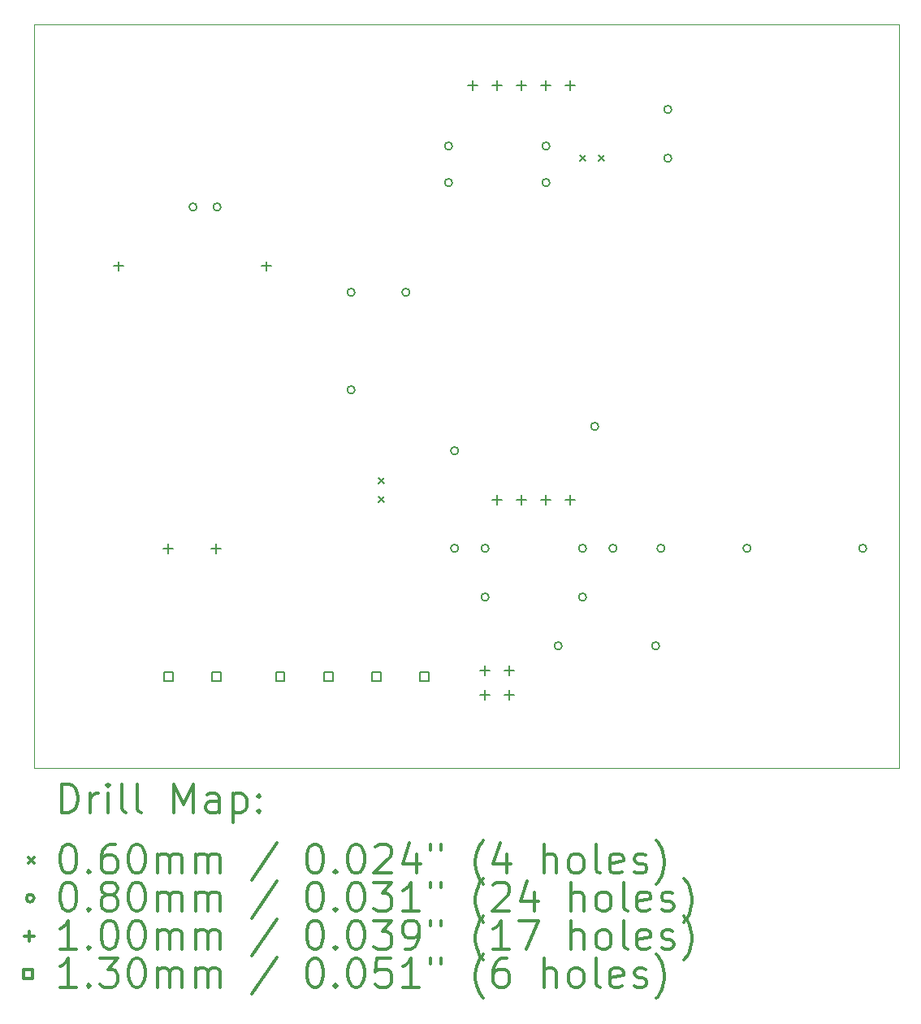
<source format=gbr>
%FSLAX45Y45*%
G04 Gerber Fmt 4.5, Leading zero omitted, Abs format (unit mm)*
G04 Created by KiCad (PCBNEW 5.1.5-52549c5~86~ubuntu18.04.1) date 2020-04-25 00:11:36*
%MOMM*%
%LPD*%
G04 APERTURE LIST*
%TA.AperFunction,Profile*%
%ADD10C,0.050000*%
%TD*%
%ADD11C,0.200000*%
%ADD12C,0.300000*%
G04 APERTURE END LIST*
D10*
X19685000Y-10541000D02*
X10668000Y-10541000D01*
X19685000Y-2794000D02*
X19685000Y-10541000D01*
X10668000Y-2794000D02*
X19685000Y-2794000D01*
X10668000Y-10541000D02*
X10668000Y-2794000D01*
D11*
X14257500Y-7517000D02*
X14317500Y-7577000D01*
X14317500Y-7517000D02*
X14257500Y-7577000D01*
X14257500Y-7717000D02*
X14317500Y-7777000D01*
X14317500Y-7717000D02*
X14257500Y-7777000D01*
X16353000Y-4161000D02*
X16413000Y-4221000D01*
X16413000Y-4161000D02*
X16353000Y-4221000D01*
X16553000Y-4161000D02*
X16613000Y-4221000D01*
X16613000Y-4161000D02*
X16553000Y-4221000D01*
X14581500Y-5588000D02*
G75*
G03X14581500Y-5588000I-40000J0D01*
G01*
X16550000Y-6985000D02*
G75*
G03X16550000Y-6985000I-40000J0D01*
G01*
X17312000Y-3683000D02*
G75*
G03X17312000Y-3683000I-40000J0D01*
G01*
X17312000Y-4191000D02*
G75*
G03X17312000Y-4191000I-40000J0D01*
G01*
X18137500Y-8255000D02*
G75*
G03X18137500Y-8255000I-40000J0D01*
G01*
X19344000Y-8255000D02*
G75*
G03X19344000Y-8255000I-40000J0D01*
G01*
X15407000Y-8255000D02*
G75*
G03X15407000Y-8255000I-40000J0D01*
G01*
X16423000Y-8255000D02*
G75*
G03X16423000Y-8255000I-40000J0D01*
G01*
X15026000Y-4064000D02*
G75*
G03X15026000Y-4064000I-40000J0D01*
G01*
X16042000Y-4064000D02*
G75*
G03X16042000Y-4064000I-40000J0D01*
G01*
X14010000Y-5588000D02*
G75*
G03X14010000Y-5588000I-40000J0D01*
G01*
X14010000Y-6604000D02*
G75*
G03X14010000Y-6604000I-40000J0D01*
G01*
X16169000Y-9271000D02*
G75*
G03X16169000Y-9271000I-40000J0D01*
G01*
X17185000Y-9271000D02*
G75*
G03X17185000Y-9271000I-40000J0D01*
G01*
X12363000Y-4699000D02*
G75*
G03X12363000Y-4699000I-40000J0D01*
G01*
X12613000Y-4699000D02*
G75*
G03X12613000Y-4699000I-40000J0D01*
G01*
X15089500Y-7239000D02*
G75*
G03X15089500Y-7239000I-40000J0D01*
G01*
X15089500Y-8255000D02*
G75*
G03X15089500Y-8255000I-40000J0D01*
G01*
X15026000Y-4445000D02*
G75*
G03X15026000Y-4445000I-40000J0D01*
G01*
X16042000Y-4445000D02*
G75*
G03X16042000Y-4445000I-40000J0D01*
G01*
X16740500Y-8255000D02*
G75*
G03X16740500Y-8255000I-40000J0D01*
G01*
X17240500Y-8255000D02*
G75*
G03X17240500Y-8255000I-40000J0D01*
G01*
X15407000Y-8763000D02*
G75*
G03X15407000Y-8763000I-40000J0D01*
G01*
X16423000Y-8763000D02*
G75*
G03X16423000Y-8763000I-40000J0D01*
G01*
X15494000Y-7697000D02*
X15494000Y-7797000D01*
X15444000Y-7747000D02*
X15544000Y-7747000D01*
X15748000Y-7697000D02*
X15748000Y-7797000D01*
X15698000Y-7747000D02*
X15798000Y-7747000D01*
X16002000Y-7697000D02*
X16002000Y-7797000D01*
X15952000Y-7747000D02*
X16052000Y-7747000D01*
X16256000Y-7697000D02*
X16256000Y-7797000D01*
X16206000Y-7747000D02*
X16306000Y-7747000D01*
X11545000Y-5265000D02*
X11545000Y-5365000D01*
X11495000Y-5315000D02*
X11595000Y-5315000D01*
X12065000Y-8205000D02*
X12065000Y-8305000D01*
X12015000Y-8255000D02*
X12115000Y-8255000D01*
X12565000Y-8205000D02*
X12565000Y-8305000D01*
X12515000Y-8255000D02*
X12615000Y-8255000D01*
X13085000Y-5265000D02*
X13085000Y-5365000D01*
X13035000Y-5315000D02*
X13135000Y-5315000D01*
X15240000Y-3379000D02*
X15240000Y-3479000D01*
X15190000Y-3429000D02*
X15290000Y-3429000D01*
X15494000Y-3379000D02*
X15494000Y-3479000D01*
X15444000Y-3429000D02*
X15544000Y-3429000D01*
X15748000Y-3379000D02*
X15748000Y-3479000D01*
X15698000Y-3429000D02*
X15798000Y-3429000D01*
X16002000Y-3379000D02*
X16002000Y-3479000D01*
X15952000Y-3429000D02*
X16052000Y-3429000D01*
X16256000Y-3379000D02*
X16256000Y-3479000D01*
X16206000Y-3429000D02*
X16306000Y-3429000D01*
X15367000Y-9475000D02*
X15367000Y-9575000D01*
X15317000Y-9525000D02*
X15417000Y-9525000D01*
X15367000Y-9729000D02*
X15367000Y-9829000D01*
X15317000Y-9779000D02*
X15417000Y-9779000D01*
X15621000Y-9475000D02*
X15621000Y-9575000D01*
X15571000Y-9525000D02*
X15671000Y-9525000D01*
X15621000Y-9729000D02*
X15621000Y-9829000D01*
X15571000Y-9779000D02*
X15671000Y-9779000D01*
X12110962Y-9634462D02*
X12110962Y-9542538D01*
X12019038Y-9542538D01*
X12019038Y-9634462D01*
X12110962Y-9634462D01*
X12610962Y-9634462D02*
X12610962Y-9542538D01*
X12519038Y-9542538D01*
X12519038Y-9634462D01*
X12610962Y-9634462D01*
X13277962Y-9634462D02*
X13277962Y-9542538D01*
X13186038Y-9542538D01*
X13186038Y-9634462D01*
X13277962Y-9634462D01*
X13777962Y-9634462D02*
X13777962Y-9542538D01*
X13686038Y-9542538D01*
X13686038Y-9634462D01*
X13777962Y-9634462D01*
X14277962Y-9634462D02*
X14277962Y-9542538D01*
X14186038Y-9542538D01*
X14186038Y-9634462D01*
X14277962Y-9634462D01*
X14777962Y-9634462D02*
X14777962Y-9542538D01*
X14686038Y-9542538D01*
X14686038Y-9634462D01*
X14777962Y-9634462D01*
D12*
X10951928Y-11009214D02*
X10951928Y-10709214D01*
X11023357Y-10709214D01*
X11066214Y-10723500D01*
X11094786Y-10752072D01*
X11109071Y-10780643D01*
X11123357Y-10837786D01*
X11123357Y-10880643D01*
X11109071Y-10937786D01*
X11094786Y-10966357D01*
X11066214Y-10994929D01*
X11023357Y-11009214D01*
X10951928Y-11009214D01*
X11251928Y-11009214D02*
X11251928Y-10809214D01*
X11251928Y-10866357D02*
X11266214Y-10837786D01*
X11280500Y-10823500D01*
X11309071Y-10809214D01*
X11337643Y-10809214D01*
X11437643Y-11009214D02*
X11437643Y-10809214D01*
X11437643Y-10709214D02*
X11423357Y-10723500D01*
X11437643Y-10737786D01*
X11451928Y-10723500D01*
X11437643Y-10709214D01*
X11437643Y-10737786D01*
X11623357Y-11009214D02*
X11594786Y-10994929D01*
X11580500Y-10966357D01*
X11580500Y-10709214D01*
X11780500Y-11009214D02*
X11751928Y-10994929D01*
X11737643Y-10966357D01*
X11737643Y-10709214D01*
X12123357Y-11009214D02*
X12123357Y-10709214D01*
X12223357Y-10923500D01*
X12323357Y-10709214D01*
X12323357Y-11009214D01*
X12594786Y-11009214D02*
X12594786Y-10852072D01*
X12580500Y-10823500D01*
X12551928Y-10809214D01*
X12494786Y-10809214D01*
X12466214Y-10823500D01*
X12594786Y-10994929D02*
X12566214Y-11009214D01*
X12494786Y-11009214D01*
X12466214Y-10994929D01*
X12451928Y-10966357D01*
X12451928Y-10937786D01*
X12466214Y-10909214D01*
X12494786Y-10894929D01*
X12566214Y-10894929D01*
X12594786Y-10880643D01*
X12737643Y-10809214D02*
X12737643Y-11109214D01*
X12737643Y-10823500D02*
X12766214Y-10809214D01*
X12823357Y-10809214D01*
X12851928Y-10823500D01*
X12866214Y-10837786D01*
X12880500Y-10866357D01*
X12880500Y-10952072D01*
X12866214Y-10980643D01*
X12851928Y-10994929D01*
X12823357Y-11009214D01*
X12766214Y-11009214D01*
X12737643Y-10994929D01*
X13009071Y-10980643D02*
X13023357Y-10994929D01*
X13009071Y-11009214D01*
X12994786Y-10994929D01*
X13009071Y-10980643D01*
X13009071Y-11009214D01*
X13009071Y-10823500D02*
X13023357Y-10837786D01*
X13009071Y-10852072D01*
X12994786Y-10837786D01*
X13009071Y-10823500D01*
X13009071Y-10852072D01*
X10605500Y-11473500D02*
X10665500Y-11533500D01*
X10665500Y-11473500D02*
X10605500Y-11533500D01*
X11009071Y-11339214D02*
X11037643Y-11339214D01*
X11066214Y-11353500D01*
X11080500Y-11367786D01*
X11094786Y-11396357D01*
X11109071Y-11453500D01*
X11109071Y-11524929D01*
X11094786Y-11582071D01*
X11080500Y-11610643D01*
X11066214Y-11624929D01*
X11037643Y-11639214D01*
X11009071Y-11639214D01*
X10980500Y-11624929D01*
X10966214Y-11610643D01*
X10951928Y-11582071D01*
X10937643Y-11524929D01*
X10937643Y-11453500D01*
X10951928Y-11396357D01*
X10966214Y-11367786D01*
X10980500Y-11353500D01*
X11009071Y-11339214D01*
X11237643Y-11610643D02*
X11251928Y-11624929D01*
X11237643Y-11639214D01*
X11223357Y-11624929D01*
X11237643Y-11610643D01*
X11237643Y-11639214D01*
X11509071Y-11339214D02*
X11451928Y-11339214D01*
X11423357Y-11353500D01*
X11409071Y-11367786D01*
X11380500Y-11410643D01*
X11366214Y-11467786D01*
X11366214Y-11582071D01*
X11380500Y-11610643D01*
X11394786Y-11624929D01*
X11423357Y-11639214D01*
X11480500Y-11639214D01*
X11509071Y-11624929D01*
X11523357Y-11610643D01*
X11537643Y-11582071D01*
X11537643Y-11510643D01*
X11523357Y-11482071D01*
X11509071Y-11467786D01*
X11480500Y-11453500D01*
X11423357Y-11453500D01*
X11394786Y-11467786D01*
X11380500Y-11482071D01*
X11366214Y-11510643D01*
X11723357Y-11339214D02*
X11751928Y-11339214D01*
X11780500Y-11353500D01*
X11794786Y-11367786D01*
X11809071Y-11396357D01*
X11823357Y-11453500D01*
X11823357Y-11524929D01*
X11809071Y-11582071D01*
X11794786Y-11610643D01*
X11780500Y-11624929D01*
X11751928Y-11639214D01*
X11723357Y-11639214D01*
X11694786Y-11624929D01*
X11680500Y-11610643D01*
X11666214Y-11582071D01*
X11651928Y-11524929D01*
X11651928Y-11453500D01*
X11666214Y-11396357D01*
X11680500Y-11367786D01*
X11694786Y-11353500D01*
X11723357Y-11339214D01*
X11951928Y-11639214D02*
X11951928Y-11439214D01*
X11951928Y-11467786D02*
X11966214Y-11453500D01*
X11994786Y-11439214D01*
X12037643Y-11439214D01*
X12066214Y-11453500D01*
X12080500Y-11482071D01*
X12080500Y-11639214D01*
X12080500Y-11482071D02*
X12094786Y-11453500D01*
X12123357Y-11439214D01*
X12166214Y-11439214D01*
X12194786Y-11453500D01*
X12209071Y-11482071D01*
X12209071Y-11639214D01*
X12351928Y-11639214D02*
X12351928Y-11439214D01*
X12351928Y-11467786D02*
X12366214Y-11453500D01*
X12394786Y-11439214D01*
X12437643Y-11439214D01*
X12466214Y-11453500D01*
X12480500Y-11482071D01*
X12480500Y-11639214D01*
X12480500Y-11482071D02*
X12494786Y-11453500D01*
X12523357Y-11439214D01*
X12566214Y-11439214D01*
X12594786Y-11453500D01*
X12609071Y-11482071D01*
X12609071Y-11639214D01*
X13194786Y-11324929D02*
X12937643Y-11710643D01*
X13580500Y-11339214D02*
X13609071Y-11339214D01*
X13637643Y-11353500D01*
X13651928Y-11367786D01*
X13666214Y-11396357D01*
X13680500Y-11453500D01*
X13680500Y-11524929D01*
X13666214Y-11582071D01*
X13651928Y-11610643D01*
X13637643Y-11624929D01*
X13609071Y-11639214D01*
X13580500Y-11639214D01*
X13551928Y-11624929D01*
X13537643Y-11610643D01*
X13523357Y-11582071D01*
X13509071Y-11524929D01*
X13509071Y-11453500D01*
X13523357Y-11396357D01*
X13537643Y-11367786D01*
X13551928Y-11353500D01*
X13580500Y-11339214D01*
X13809071Y-11610643D02*
X13823357Y-11624929D01*
X13809071Y-11639214D01*
X13794786Y-11624929D01*
X13809071Y-11610643D01*
X13809071Y-11639214D01*
X14009071Y-11339214D02*
X14037643Y-11339214D01*
X14066214Y-11353500D01*
X14080500Y-11367786D01*
X14094786Y-11396357D01*
X14109071Y-11453500D01*
X14109071Y-11524929D01*
X14094786Y-11582071D01*
X14080500Y-11610643D01*
X14066214Y-11624929D01*
X14037643Y-11639214D01*
X14009071Y-11639214D01*
X13980500Y-11624929D01*
X13966214Y-11610643D01*
X13951928Y-11582071D01*
X13937643Y-11524929D01*
X13937643Y-11453500D01*
X13951928Y-11396357D01*
X13966214Y-11367786D01*
X13980500Y-11353500D01*
X14009071Y-11339214D01*
X14223357Y-11367786D02*
X14237643Y-11353500D01*
X14266214Y-11339214D01*
X14337643Y-11339214D01*
X14366214Y-11353500D01*
X14380500Y-11367786D01*
X14394786Y-11396357D01*
X14394786Y-11424929D01*
X14380500Y-11467786D01*
X14209071Y-11639214D01*
X14394786Y-11639214D01*
X14651928Y-11439214D02*
X14651928Y-11639214D01*
X14580500Y-11324929D02*
X14509071Y-11539214D01*
X14694786Y-11539214D01*
X14794786Y-11339214D02*
X14794786Y-11396357D01*
X14909071Y-11339214D02*
X14909071Y-11396357D01*
X15351928Y-11753500D02*
X15337643Y-11739214D01*
X15309071Y-11696357D01*
X15294786Y-11667786D01*
X15280500Y-11624929D01*
X15266214Y-11553500D01*
X15266214Y-11496357D01*
X15280500Y-11424929D01*
X15294786Y-11382071D01*
X15309071Y-11353500D01*
X15337643Y-11310643D01*
X15351928Y-11296357D01*
X15594786Y-11439214D02*
X15594786Y-11639214D01*
X15523357Y-11324929D02*
X15451928Y-11539214D01*
X15637643Y-11539214D01*
X15980500Y-11639214D02*
X15980500Y-11339214D01*
X16109071Y-11639214D02*
X16109071Y-11482071D01*
X16094786Y-11453500D01*
X16066214Y-11439214D01*
X16023357Y-11439214D01*
X15994786Y-11453500D01*
X15980500Y-11467786D01*
X16294786Y-11639214D02*
X16266214Y-11624929D01*
X16251928Y-11610643D01*
X16237643Y-11582071D01*
X16237643Y-11496357D01*
X16251928Y-11467786D01*
X16266214Y-11453500D01*
X16294786Y-11439214D01*
X16337643Y-11439214D01*
X16366214Y-11453500D01*
X16380500Y-11467786D01*
X16394786Y-11496357D01*
X16394786Y-11582071D01*
X16380500Y-11610643D01*
X16366214Y-11624929D01*
X16337643Y-11639214D01*
X16294786Y-11639214D01*
X16566214Y-11639214D02*
X16537643Y-11624929D01*
X16523357Y-11596357D01*
X16523357Y-11339214D01*
X16794786Y-11624929D02*
X16766214Y-11639214D01*
X16709071Y-11639214D01*
X16680500Y-11624929D01*
X16666214Y-11596357D01*
X16666214Y-11482071D01*
X16680500Y-11453500D01*
X16709071Y-11439214D01*
X16766214Y-11439214D01*
X16794786Y-11453500D01*
X16809071Y-11482071D01*
X16809071Y-11510643D01*
X16666214Y-11539214D01*
X16923357Y-11624929D02*
X16951928Y-11639214D01*
X17009071Y-11639214D01*
X17037643Y-11624929D01*
X17051928Y-11596357D01*
X17051928Y-11582071D01*
X17037643Y-11553500D01*
X17009071Y-11539214D01*
X16966214Y-11539214D01*
X16937643Y-11524929D01*
X16923357Y-11496357D01*
X16923357Y-11482071D01*
X16937643Y-11453500D01*
X16966214Y-11439214D01*
X17009071Y-11439214D01*
X17037643Y-11453500D01*
X17151928Y-11753500D02*
X17166214Y-11739214D01*
X17194786Y-11696357D01*
X17209071Y-11667786D01*
X17223357Y-11624929D01*
X17237643Y-11553500D01*
X17237643Y-11496357D01*
X17223357Y-11424929D01*
X17209071Y-11382071D01*
X17194786Y-11353500D01*
X17166214Y-11310643D01*
X17151928Y-11296357D01*
X10665500Y-11899500D02*
G75*
G03X10665500Y-11899500I-40000J0D01*
G01*
X11009071Y-11735214D02*
X11037643Y-11735214D01*
X11066214Y-11749500D01*
X11080500Y-11763786D01*
X11094786Y-11792357D01*
X11109071Y-11849500D01*
X11109071Y-11920929D01*
X11094786Y-11978071D01*
X11080500Y-12006643D01*
X11066214Y-12020929D01*
X11037643Y-12035214D01*
X11009071Y-12035214D01*
X10980500Y-12020929D01*
X10966214Y-12006643D01*
X10951928Y-11978071D01*
X10937643Y-11920929D01*
X10937643Y-11849500D01*
X10951928Y-11792357D01*
X10966214Y-11763786D01*
X10980500Y-11749500D01*
X11009071Y-11735214D01*
X11237643Y-12006643D02*
X11251928Y-12020929D01*
X11237643Y-12035214D01*
X11223357Y-12020929D01*
X11237643Y-12006643D01*
X11237643Y-12035214D01*
X11423357Y-11863786D02*
X11394786Y-11849500D01*
X11380500Y-11835214D01*
X11366214Y-11806643D01*
X11366214Y-11792357D01*
X11380500Y-11763786D01*
X11394786Y-11749500D01*
X11423357Y-11735214D01*
X11480500Y-11735214D01*
X11509071Y-11749500D01*
X11523357Y-11763786D01*
X11537643Y-11792357D01*
X11537643Y-11806643D01*
X11523357Y-11835214D01*
X11509071Y-11849500D01*
X11480500Y-11863786D01*
X11423357Y-11863786D01*
X11394786Y-11878071D01*
X11380500Y-11892357D01*
X11366214Y-11920929D01*
X11366214Y-11978071D01*
X11380500Y-12006643D01*
X11394786Y-12020929D01*
X11423357Y-12035214D01*
X11480500Y-12035214D01*
X11509071Y-12020929D01*
X11523357Y-12006643D01*
X11537643Y-11978071D01*
X11537643Y-11920929D01*
X11523357Y-11892357D01*
X11509071Y-11878071D01*
X11480500Y-11863786D01*
X11723357Y-11735214D02*
X11751928Y-11735214D01*
X11780500Y-11749500D01*
X11794786Y-11763786D01*
X11809071Y-11792357D01*
X11823357Y-11849500D01*
X11823357Y-11920929D01*
X11809071Y-11978071D01*
X11794786Y-12006643D01*
X11780500Y-12020929D01*
X11751928Y-12035214D01*
X11723357Y-12035214D01*
X11694786Y-12020929D01*
X11680500Y-12006643D01*
X11666214Y-11978071D01*
X11651928Y-11920929D01*
X11651928Y-11849500D01*
X11666214Y-11792357D01*
X11680500Y-11763786D01*
X11694786Y-11749500D01*
X11723357Y-11735214D01*
X11951928Y-12035214D02*
X11951928Y-11835214D01*
X11951928Y-11863786D02*
X11966214Y-11849500D01*
X11994786Y-11835214D01*
X12037643Y-11835214D01*
X12066214Y-11849500D01*
X12080500Y-11878071D01*
X12080500Y-12035214D01*
X12080500Y-11878071D02*
X12094786Y-11849500D01*
X12123357Y-11835214D01*
X12166214Y-11835214D01*
X12194786Y-11849500D01*
X12209071Y-11878071D01*
X12209071Y-12035214D01*
X12351928Y-12035214D02*
X12351928Y-11835214D01*
X12351928Y-11863786D02*
X12366214Y-11849500D01*
X12394786Y-11835214D01*
X12437643Y-11835214D01*
X12466214Y-11849500D01*
X12480500Y-11878071D01*
X12480500Y-12035214D01*
X12480500Y-11878071D02*
X12494786Y-11849500D01*
X12523357Y-11835214D01*
X12566214Y-11835214D01*
X12594786Y-11849500D01*
X12609071Y-11878071D01*
X12609071Y-12035214D01*
X13194786Y-11720929D02*
X12937643Y-12106643D01*
X13580500Y-11735214D02*
X13609071Y-11735214D01*
X13637643Y-11749500D01*
X13651928Y-11763786D01*
X13666214Y-11792357D01*
X13680500Y-11849500D01*
X13680500Y-11920929D01*
X13666214Y-11978071D01*
X13651928Y-12006643D01*
X13637643Y-12020929D01*
X13609071Y-12035214D01*
X13580500Y-12035214D01*
X13551928Y-12020929D01*
X13537643Y-12006643D01*
X13523357Y-11978071D01*
X13509071Y-11920929D01*
X13509071Y-11849500D01*
X13523357Y-11792357D01*
X13537643Y-11763786D01*
X13551928Y-11749500D01*
X13580500Y-11735214D01*
X13809071Y-12006643D02*
X13823357Y-12020929D01*
X13809071Y-12035214D01*
X13794786Y-12020929D01*
X13809071Y-12006643D01*
X13809071Y-12035214D01*
X14009071Y-11735214D02*
X14037643Y-11735214D01*
X14066214Y-11749500D01*
X14080500Y-11763786D01*
X14094786Y-11792357D01*
X14109071Y-11849500D01*
X14109071Y-11920929D01*
X14094786Y-11978071D01*
X14080500Y-12006643D01*
X14066214Y-12020929D01*
X14037643Y-12035214D01*
X14009071Y-12035214D01*
X13980500Y-12020929D01*
X13966214Y-12006643D01*
X13951928Y-11978071D01*
X13937643Y-11920929D01*
X13937643Y-11849500D01*
X13951928Y-11792357D01*
X13966214Y-11763786D01*
X13980500Y-11749500D01*
X14009071Y-11735214D01*
X14209071Y-11735214D02*
X14394786Y-11735214D01*
X14294786Y-11849500D01*
X14337643Y-11849500D01*
X14366214Y-11863786D01*
X14380500Y-11878071D01*
X14394786Y-11906643D01*
X14394786Y-11978071D01*
X14380500Y-12006643D01*
X14366214Y-12020929D01*
X14337643Y-12035214D01*
X14251928Y-12035214D01*
X14223357Y-12020929D01*
X14209071Y-12006643D01*
X14680500Y-12035214D02*
X14509071Y-12035214D01*
X14594786Y-12035214D02*
X14594786Y-11735214D01*
X14566214Y-11778071D01*
X14537643Y-11806643D01*
X14509071Y-11820929D01*
X14794786Y-11735214D02*
X14794786Y-11792357D01*
X14909071Y-11735214D02*
X14909071Y-11792357D01*
X15351928Y-12149500D02*
X15337643Y-12135214D01*
X15309071Y-12092357D01*
X15294786Y-12063786D01*
X15280500Y-12020929D01*
X15266214Y-11949500D01*
X15266214Y-11892357D01*
X15280500Y-11820929D01*
X15294786Y-11778071D01*
X15309071Y-11749500D01*
X15337643Y-11706643D01*
X15351928Y-11692357D01*
X15451928Y-11763786D02*
X15466214Y-11749500D01*
X15494786Y-11735214D01*
X15566214Y-11735214D01*
X15594786Y-11749500D01*
X15609071Y-11763786D01*
X15623357Y-11792357D01*
X15623357Y-11820929D01*
X15609071Y-11863786D01*
X15437643Y-12035214D01*
X15623357Y-12035214D01*
X15880500Y-11835214D02*
X15880500Y-12035214D01*
X15809071Y-11720929D02*
X15737643Y-11935214D01*
X15923357Y-11935214D01*
X16266214Y-12035214D02*
X16266214Y-11735214D01*
X16394786Y-12035214D02*
X16394786Y-11878071D01*
X16380500Y-11849500D01*
X16351928Y-11835214D01*
X16309071Y-11835214D01*
X16280500Y-11849500D01*
X16266214Y-11863786D01*
X16580500Y-12035214D02*
X16551928Y-12020929D01*
X16537643Y-12006643D01*
X16523357Y-11978071D01*
X16523357Y-11892357D01*
X16537643Y-11863786D01*
X16551928Y-11849500D01*
X16580500Y-11835214D01*
X16623357Y-11835214D01*
X16651928Y-11849500D01*
X16666214Y-11863786D01*
X16680500Y-11892357D01*
X16680500Y-11978071D01*
X16666214Y-12006643D01*
X16651928Y-12020929D01*
X16623357Y-12035214D01*
X16580500Y-12035214D01*
X16851928Y-12035214D02*
X16823357Y-12020929D01*
X16809071Y-11992357D01*
X16809071Y-11735214D01*
X17080500Y-12020929D02*
X17051928Y-12035214D01*
X16994786Y-12035214D01*
X16966214Y-12020929D01*
X16951928Y-11992357D01*
X16951928Y-11878071D01*
X16966214Y-11849500D01*
X16994786Y-11835214D01*
X17051928Y-11835214D01*
X17080500Y-11849500D01*
X17094786Y-11878071D01*
X17094786Y-11906643D01*
X16951928Y-11935214D01*
X17209071Y-12020929D02*
X17237643Y-12035214D01*
X17294786Y-12035214D01*
X17323357Y-12020929D01*
X17337643Y-11992357D01*
X17337643Y-11978071D01*
X17323357Y-11949500D01*
X17294786Y-11935214D01*
X17251928Y-11935214D01*
X17223357Y-11920929D01*
X17209071Y-11892357D01*
X17209071Y-11878071D01*
X17223357Y-11849500D01*
X17251928Y-11835214D01*
X17294786Y-11835214D01*
X17323357Y-11849500D01*
X17437643Y-12149500D02*
X17451928Y-12135214D01*
X17480500Y-12092357D01*
X17494786Y-12063786D01*
X17509071Y-12020929D01*
X17523357Y-11949500D01*
X17523357Y-11892357D01*
X17509071Y-11820929D01*
X17494786Y-11778071D01*
X17480500Y-11749500D01*
X17451928Y-11706643D01*
X17437643Y-11692357D01*
X10615500Y-12245500D02*
X10615500Y-12345500D01*
X10565500Y-12295500D02*
X10665500Y-12295500D01*
X11109071Y-12431214D02*
X10937643Y-12431214D01*
X11023357Y-12431214D02*
X11023357Y-12131214D01*
X10994786Y-12174071D01*
X10966214Y-12202643D01*
X10937643Y-12216929D01*
X11237643Y-12402643D02*
X11251928Y-12416929D01*
X11237643Y-12431214D01*
X11223357Y-12416929D01*
X11237643Y-12402643D01*
X11237643Y-12431214D01*
X11437643Y-12131214D02*
X11466214Y-12131214D01*
X11494786Y-12145500D01*
X11509071Y-12159786D01*
X11523357Y-12188357D01*
X11537643Y-12245500D01*
X11537643Y-12316929D01*
X11523357Y-12374071D01*
X11509071Y-12402643D01*
X11494786Y-12416929D01*
X11466214Y-12431214D01*
X11437643Y-12431214D01*
X11409071Y-12416929D01*
X11394786Y-12402643D01*
X11380500Y-12374071D01*
X11366214Y-12316929D01*
X11366214Y-12245500D01*
X11380500Y-12188357D01*
X11394786Y-12159786D01*
X11409071Y-12145500D01*
X11437643Y-12131214D01*
X11723357Y-12131214D02*
X11751928Y-12131214D01*
X11780500Y-12145500D01*
X11794786Y-12159786D01*
X11809071Y-12188357D01*
X11823357Y-12245500D01*
X11823357Y-12316929D01*
X11809071Y-12374071D01*
X11794786Y-12402643D01*
X11780500Y-12416929D01*
X11751928Y-12431214D01*
X11723357Y-12431214D01*
X11694786Y-12416929D01*
X11680500Y-12402643D01*
X11666214Y-12374071D01*
X11651928Y-12316929D01*
X11651928Y-12245500D01*
X11666214Y-12188357D01*
X11680500Y-12159786D01*
X11694786Y-12145500D01*
X11723357Y-12131214D01*
X11951928Y-12431214D02*
X11951928Y-12231214D01*
X11951928Y-12259786D02*
X11966214Y-12245500D01*
X11994786Y-12231214D01*
X12037643Y-12231214D01*
X12066214Y-12245500D01*
X12080500Y-12274071D01*
X12080500Y-12431214D01*
X12080500Y-12274071D02*
X12094786Y-12245500D01*
X12123357Y-12231214D01*
X12166214Y-12231214D01*
X12194786Y-12245500D01*
X12209071Y-12274071D01*
X12209071Y-12431214D01*
X12351928Y-12431214D02*
X12351928Y-12231214D01*
X12351928Y-12259786D02*
X12366214Y-12245500D01*
X12394786Y-12231214D01*
X12437643Y-12231214D01*
X12466214Y-12245500D01*
X12480500Y-12274071D01*
X12480500Y-12431214D01*
X12480500Y-12274071D02*
X12494786Y-12245500D01*
X12523357Y-12231214D01*
X12566214Y-12231214D01*
X12594786Y-12245500D01*
X12609071Y-12274071D01*
X12609071Y-12431214D01*
X13194786Y-12116929D02*
X12937643Y-12502643D01*
X13580500Y-12131214D02*
X13609071Y-12131214D01*
X13637643Y-12145500D01*
X13651928Y-12159786D01*
X13666214Y-12188357D01*
X13680500Y-12245500D01*
X13680500Y-12316929D01*
X13666214Y-12374071D01*
X13651928Y-12402643D01*
X13637643Y-12416929D01*
X13609071Y-12431214D01*
X13580500Y-12431214D01*
X13551928Y-12416929D01*
X13537643Y-12402643D01*
X13523357Y-12374071D01*
X13509071Y-12316929D01*
X13509071Y-12245500D01*
X13523357Y-12188357D01*
X13537643Y-12159786D01*
X13551928Y-12145500D01*
X13580500Y-12131214D01*
X13809071Y-12402643D02*
X13823357Y-12416929D01*
X13809071Y-12431214D01*
X13794786Y-12416929D01*
X13809071Y-12402643D01*
X13809071Y-12431214D01*
X14009071Y-12131214D02*
X14037643Y-12131214D01*
X14066214Y-12145500D01*
X14080500Y-12159786D01*
X14094786Y-12188357D01*
X14109071Y-12245500D01*
X14109071Y-12316929D01*
X14094786Y-12374071D01*
X14080500Y-12402643D01*
X14066214Y-12416929D01*
X14037643Y-12431214D01*
X14009071Y-12431214D01*
X13980500Y-12416929D01*
X13966214Y-12402643D01*
X13951928Y-12374071D01*
X13937643Y-12316929D01*
X13937643Y-12245500D01*
X13951928Y-12188357D01*
X13966214Y-12159786D01*
X13980500Y-12145500D01*
X14009071Y-12131214D01*
X14209071Y-12131214D02*
X14394786Y-12131214D01*
X14294786Y-12245500D01*
X14337643Y-12245500D01*
X14366214Y-12259786D01*
X14380500Y-12274071D01*
X14394786Y-12302643D01*
X14394786Y-12374071D01*
X14380500Y-12402643D01*
X14366214Y-12416929D01*
X14337643Y-12431214D01*
X14251928Y-12431214D01*
X14223357Y-12416929D01*
X14209071Y-12402643D01*
X14537643Y-12431214D02*
X14594786Y-12431214D01*
X14623357Y-12416929D01*
X14637643Y-12402643D01*
X14666214Y-12359786D01*
X14680500Y-12302643D01*
X14680500Y-12188357D01*
X14666214Y-12159786D01*
X14651928Y-12145500D01*
X14623357Y-12131214D01*
X14566214Y-12131214D01*
X14537643Y-12145500D01*
X14523357Y-12159786D01*
X14509071Y-12188357D01*
X14509071Y-12259786D01*
X14523357Y-12288357D01*
X14537643Y-12302643D01*
X14566214Y-12316929D01*
X14623357Y-12316929D01*
X14651928Y-12302643D01*
X14666214Y-12288357D01*
X14680500Y-12259786D01*
X14794786Y-12131214D02*
X14794786Y-12188357D01*
X14909071Y-12131214D02*
X14909071Y-12188357D01*
X15351928Y-12545500D02*
X15337643Y-12531214D01*
X15309071Y-12488357D01*
X15294786Y-12459786D01*
X15280500Y-12416929D01*
X15266214Y-12345500D01*
X15266214Y-12288357D01*
X15280500Y-12216929D01*
X15294786Y-12174071D01*
X15309071Y-12145500D01*
X15337643Y-12102643D01*
X15351928Y-12088357D01*
X15623357Y-12431214D02*
X15451928Y-12431214D01*
X15537643Y-12431214D02*
X15537643Y-12131214D01*
X15509071Y-12174071D01*
X15480500Y-12202643D01*
X15451928Y-12216929D01*
X15723357Y-12131214D02*
X15923357Y-12131214D01*
X15794786Y-12431214D01*
X16266214Y-12431214D02*
X16266214Y-12131214D01*
X16394786Y-12431214D02*
X16394786Y-12274071D01*
X16380500Y-12245500D01*
X16351928Y-12231214D01*
X16309071Y-12231214D01*
X16280500Y-12245500D01*
X16266214Y-12259786D01*
X16580500Y-12431214D02*
X16551928Y-12416929D01*
X16537643Y-12402643D01*
X16523357Y-12374071D01*
X16523357Y-12288357D01*
X16537643Y-12259786D01*
X16551928Y-12245500D01*
X16580500Y-12231214D01*
X16623357Y-12231214D01*
X16651928Y-12245500D01*
X16666214Y-12259786D01*
X16680500Y-12288357D01*
X16680500Y-12374071D01*
X16666214Y-12402643D01*
X16651928Y-12416929D01*
X16623357Y-12431214D01*
X16580500Y-12431214D01*
X16851928Y-12431214D02*
X16823357Y-12416929D01*
X16809071Y-12388357D01*
X16809071Y-12131214D01*
X17080500Y-12416929D02*
X17051928Y-12431214D01*
X16994786Y-12431214D01*
X16966214Y-12416929D01*
X16951928Y-12388357D01*
X16951928Y-12274071D01*
X16966214Y-12245500D01*
X16994786Y-12231214D01*
X17051928Y-12231214D01*
X17080500Y-12245500D01*
X17094786Y-12274071D01*
X17094786Y-12302643D01*
X16951928Y-12331214D01*
X17209071Y-12416929D02*
X17237643Y-12431214D01*
X17294786Y-12431214D01*
X17323357Y-12416929D01*
X17337643Y-12388357D01*
X17337643Y-12374071D01*
X17323357Y-12345500D01*
X17294786Y-12331214D01*
X17251928Y-12331214D01*
X17223357Y-12316929D01*
X17209071Y-12288357D01*
X17209071Y-12274071D01*
X17223357Y-12245500D01*
X17251928Y-12231214D01*
X17294786Y-12231214D01*
X17323357Y-12245500D01*
X17437643Y-12545500D02*
X17451928Y-12531214D01*
X17480500Y-12488357D01*
X17494786Y-12459786D01*
X17509071Y-12416929D01*
X17523357Y-12345500D01*
X17523357Y-12288357D01*
X17509071Y-12216929D01*
X17494786Y-12174071D01*
X17480500Y-12145500D01*
X17451928Y-12102643D01*
X17437643Y-12088357D01*
X10646462Y-12737462D02*
X10646462Y-12645538D01*
X10554538Y-12645538D01*
X10554538Y-12737462D01*
X10646462Y-12737462D01*
X11109071Y-12827214D02*
X10937643Y-12827214D01*
X11023357Y-12827214D02*
X11023357Y-12527214D01*
X10994786Y-12570071D01*
X10966214Y-12598643D01*
X10937643Y-12612929D01*
X11237643Y-12798643D02*
X11251928Y-12812929D01*
X11237643Y-12827214D01*
X11223357Y-12812929D01*
X11237643Y-12798643D01*
X11237643Y-12827214D01*
X11351928Y-12527214D02*
X11537643Y-12527214D01*
X11437643Y-12641500D01*
X11480500Y-12641500D01*
X11509071Y-12655786D01*
X11523357Y-12670071D01*
X11537643Y-12698643D01*
X11537643Y-12770071D01*
X11523357Y-12798643D01*
X11509071Y-12812929D01*
X11480500Y-12827214D01*
X11394786Y-12827214D01*
X11366214Y-12812929D01*
X11351928Y-12798643D01*
X11723357Y-12527214D02*
X11751928Y-12527214D01*
X11780500Y-12541500D01*
X11794786Y-12555786D01*
X11809071Y-12584357D01*
X11823357Y-12641500D01*
X11823357Y-12712929D01*
X11809071Y-12770071D01*
X11794786Y-12798643D01*
X11780500Y-12812929D01*
X11751928Y-12827214D01*
X11723357Y-12827214D01*
X11694786Y-12812929D01*
X11680500Y-12798643D01*
X11666214Y-12770071D01*
X11651928Y-12712929D01*
X11651928Y-12641500D01*
X11666214Y-12584357D01*
X11680500Y-12555786D01*
X11694786Y-12541500D01*
X11723357Y-12527214D01*
X11951928Y-12827214D02*
X11951928Y-12627214D01*
X11951928Y-12655786D02*
X11966214Y-12641500D01*
X11994786Y-12627214D01*
X12037643Y-12627214D01*
X12066214Y-12641500D01*
X12080500Y-12670071D01*
X12080500Y-12827214D01*
X12080500Y-12670071D02*
X12094786Y-12641500D01*
X12123357Y-12627214D01*
X12166214Y-12627214D01*
X12194786Y-12641500D01*
X12209071Y-12670071D01*
X12209071Y-12827214D01*
X12351928Y-12827214D02*
X12351928Y-12627214D01*
X12351928Y-12655786D02*
X12366214Y-12641500D01*
X12394786Y-12627214D01*
X12437643Y-12627214D01*
X12466214Y-12641500D01*
X12480500Y-12670071D01*
X12480500Y-12827214D01*
X12480500Y-12670071D02*
X12494786Y-12641500D01*
X12523357Y-12627214D01*
X12566214Y-12627214D01*
X12594786Y-12641500D01*
X12609071Y-12670071D01*
X12609071Y-12827214D01*
X13194786Y-12512929D02*
X12937643Y-12898643D01*
X13580500Y-12527214D02*
X13609071Y-12527214D01*
X13637643Y-12541500D01*
X13651928Y-12555786D01*
X13666214Y-12584357D01*
X13680500Y-12641500D01*
X13680500Y-12712929D01*
X13666214Y-12770071D01*
X13651928Y-12798643D01*
X13637643Y-12812929D01*
X13609071Y-12827214D01*
X13580500Y-12827214D01*
X13551928Y-12812929D01*
X13537643Y-12798643D01*
X13523357Y-12770071D01*
X13509071Y-12712929D01*
X13509071Y-12641500D01*
X13523357Y-12584357D01*
X13537643Y-12555786D01*
X13551928Y-12541500D01*
X13580500Y-12527214D01*
X13809071Y-12798643D02*
X13823357Y-12812929D01*
X13809071Y-12827214D01*
X13794786Y-12812929D01*
X13809071Y-12798643D01*
X13809071Y-12827214D01*
X14009071Y-12527214D02*
X14037643Y-12527214D01*
X14066214Y-12541500D01*
X14080500Y-12555786D01*
X14094786Y-12584357D01*
X14109071Y-12641500D01*
X14109071Y-12712929D01*
X14094786Y-12770071D01*
X14080500Y-12798643D01*
X14066214Y-12812929D01*
X14037643Y-12827214D01*
X14009071Y-12827214D01*
X13980500Y-12812929D01*
X13966214Y-12798643D01*
X13951928Y-12770071D01*
X13937643Y-12712929D01*
X13937643Y-12641500D01*
X13951928Y-12584357D01*
X13966214Y-12555786D01*
X13980500Y-12541500D01*
X14009071Y-12527214D01*
X14380500Y-12527214D02*
X14237643Y-12527214D01*
X14223357Y-12670071D01*
X14237643Y-12655786D01*
X14266214Y-12641500D01*
X14337643Y-12641500D01*
X14366214Y-12655786D01*
X14380500Y-12670071D01*
X14394786Y-12698643D01*
X14394786Y-12770071D01*
X14380500Y-12798643D01*
X14366214Y-12812929D01*
X14337643Y-12827214D01*
X14266214Y-12827214D01*
X14237643Y-12812929D01*
X14223357Y-12798643D01*
X14680500Y-12827214D02*
X14509071Y-12827214D01*
X14594786Y-12827214D02*
X14594786Y-12527214D01*
X14566214Y-12570071D01*
X14537643Y-12598643D01*
X14509071Y-12612929D01*
X14794786Y-12527214D02*
X14794786Y-12584357D01*
X14909071Y-12527214D02*
X14909071Y-12584357D01*
X15351928Y-12941500D02*
X15337643Y-12927214D01*
X15309071Y-12884357D01*
X15294786Y-12855786D01*
X15280500Y-12812929D01*
X15266214Y-12741500D01*
X15266214Y-12684357D01*
X15280500Y-12612929D01*
X15294786Y-12570071D01*
X15309071Y-12541500D01*
X15337643Y-12498643D01*
X15351928Y-12484357D01*
X15594786Y-12527214D02*
X15537643Y-12527214D01*
X15509071Y-12541500D01*
X15494786Y-12555786D01*
X15466214Y-12598643D01*
X15451928Y-12655786D01*
X15451928Y-12770071D01*
X15466214Y-12798643D01*
X15480500Y-12812929D01*
X15509071Y-12827214D01*
X15566214Y-12827214D01*
X15594786Y-12812929D01*
X15609071Y-12798643D01*
X15623357Y-12770071D01*
X15623357Y-12698643D01*
X15609071Y-12670071D01*
X15594786Y-12655786D01*
X15566214Y-12641500D01*
X15509071Y-12641500D01*
X15480500Y-12655786D01*
X15466214Y-12670071D01*
X15451928Y-12698643D01*
X15980500Y-12827214D02*
X15980500Y-12527214D01*
X16109071Y-12827214D02*
X16109071Y-12670071D01*
X16094786Y-12641500D01*
X16066214Y-12627214D01*
X16023357Y-12627214D01*
X15994786Y-12641500D01*
X15980500Y-12655786D01*
X16294786Y-12827214D02*
X16266214Y-12812929D01*
X16251928Y-12798643D01*
X16237643Y-12770071D01*
X16237643Y-12684357D01*
X16251928Y-12655786D01*
X16266214Y-12641500D01*
X16294786Y-12627214D01*
X16337643Y-12627214D01*
X16366214Y-12641500D01*
X16380500Y-12655786D01*
X16394786Y-12684357D01*
X16394786Y-12770071D01*
X16380500Y-12798643D01*
X16366214Y-12812929D01*
X16337643Y-12827214D01*
X16294786Y-12827214D01*
X16566214Y-12827214D02*
X16537643Y-12812929D01*
X16523357Y-12784357D01*
X16523357Y-12527214D01*
X16794786Y-12812929D02*
X16766214Y-12827214D01*
X16709071Y-12827214D01*
X16680500Y-12812929D01*
X16666214Y-12784357D01*
X16666214Y-12670071D01*
X16680500Y-12641500D01*
X16709071Y-12627214D01*
X16766214Y-12627214D01*
X16794786Y-12641500D01*
X16809071Y-12670071D01*
X16809071Y-12698643D01*
X16666214Y-12727214D01*
X16923357Y-12812929D02*
X16951928Y-12827214D01*
X17009071Y-12827214D01*
X17037643Y-12812929D01*
X17051928Y-12784357D01*
X17051928Y-12770071D01*
X17037643Y-12741500D01*
X17009071Y-12727214D01*
X16966214Y-12727214D01*
X16937643Y-12712929D01*
X16923357Y-12684357D01*
X16923357Y-12670071D01*
X16937643Y-12641500D01*
X16966214Y-12627214D01*
X17009071Y-12627214D01*
X17037643Y-12641500D01*
X17151928Y-12941500D02*
X17166214Y-12927214D01*
X17194786Y-12884357D01*
X17209071Y-12855786D01*
X17223357Y-12812929D01*
X17237643Y-12741500D01*
X17237643Y-12684357D01*
X17223357Y-12612929D01*
X17209071Y-12570071D01*
X17194786Y-12541500D01*
X17166214Y-12498643D01*
X17151928Y-12484357D01*
M02*

</source>
